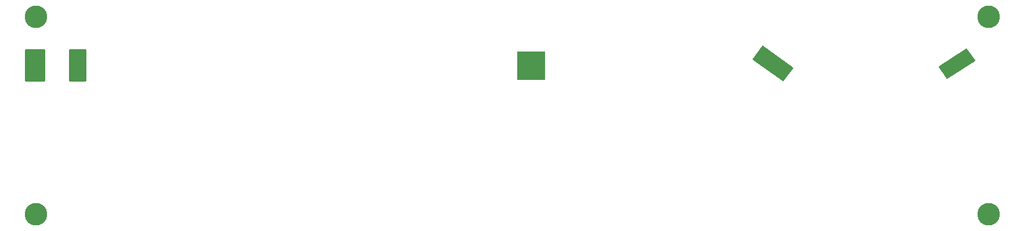
<source format=gbr>
G04 #@! TF.GenerationSoftware,KiCad,Pcbnew,(5.1.12)-1*
G04 #@! TF.CreationDate,2022-02-09T13:03:28+03:00*
G04 #@! TF.ProjectId,ADAU1701 panel,41444155-3137-4303-9120-70616e656c2e,rev?*
G04 #@! TF.SameCoordinates,Original*
G04 #@! TF.FileFunction,Soldermask,Bot*
G04 #@! TF.FilePolarity,Negative*
%FSLAX46Y46*%
G04 Gerber Fmt 4.6, Leading zero omitted, Abs format (unit mm)*
G04 Created by KiCad (PCBNEW (5.1.12)-1) date 2022-02-09 13:03:28*
%MOMM*%
%LPD*%
G01*
G04 APERTURE LIST*
%ADD10C,3.302000*%
%ADD11C,0.254000*%
%ADD12C,0.100000*%
G04 APERTURE END LIST*
D10*
X213800000Y-101300000D03*
X213800000Y-130200000D03*
X74700000Y-130200000D03*
X74700000Y-101300000D03*
G36*
G01*
X144949000Y-110500000D02*
X144949000Y-106500000D01*
G75*
G02*
X145000000Y-106449000I51000J0D01*
G01*
X149000000Y-106449000D01*
G75*
G02*
X149051000Y-106500000I0J-51000D01*
G01*
X149051000Y-110500000D01*
G75*
G02*
X149000000Y-110551000I-51000J0D01*
G01*
X145000000Y-110551000D01*
G75*
G02*
X144949000Y-110500000I0J51000D01*
G01*
G37*
D11*
X75873000Y-110623000D02*
X73127000Y-110623000D01*
X73127000Y-106127000D01*
X75873000Y-106127000D01*
X75873000Y-110623000D01*
D12*
G36*
X75873000Y-110623000D02*
G01*
X73127000Y-110623000D01*
X73127000Y-106127000D01*
X75873000Y-106127000D01*
X75873000Y-110623000D01*
G37*
D11*
X81873000Y-110623000D02*
X79627000Y-110623000D01*
X79627000Y-106127000D01*
X81873000Y-106127000D01*
X81873000Y-110623000D01*
D12*
G36*
X81873000Y-110623000D02*
G01*
X79627000Y-110623000D01*
X79627000Y-106127000D01*
X81873000Y-106127000D01*
X81873000Y-110623000D01*
G37*
D11*
X185090233Y-108777164D02*
X183723670Y-110584263D01*
X179419489Y-107473037D01*
X180776596Y-105675544D01*
X185090233Y-108777164D01*
D12*
G36*
X185090233Y-108777164D02*
G01*
X183723670Y-110584263D01*
X179419489Y-107473037D01*
X180776596Y-105675544D01*
X185090233Y-108777164D01*
G37*
D11*
X211638631Y-107666839D02*
X207722616Y-110226945D01*
X206579898Y-108623596D01*
X210468730Y-106062657D01*
X211638631Y-107666839D01*
D12*
G36*
X211638631Y-107666839D02*
G01*
X207722616Y-110226945D01*
X206579898Y-108623596D01*
X210468730Y-106062657D01*
X211638631Y-107666839D01*
G37*
M02*

</source>
